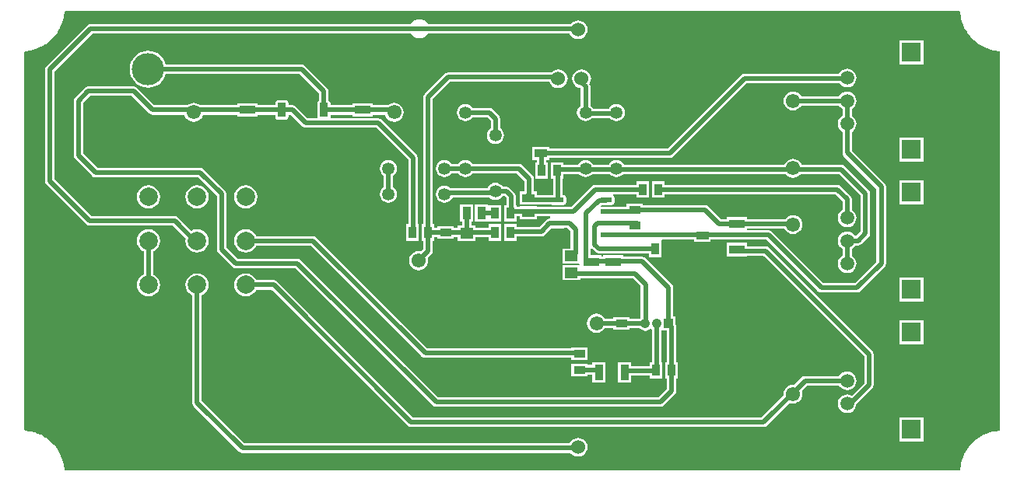
<source format=gtl>
G04 Layer_Physical_Order=1*
G04 Layer_Color=255*
%FSLAX43Y43*%
%MOMM*%
G71*
G01*
G75*
%ADD10R,0.850X1.300*%
%ADD11R,1.450X1.150*%
%ADD12R,1.300X0.850*%
%ADD13R,1.350X0.950*%
G04:AMPARAMS|DCode=14|XSize=0.55mm|YSize=1.25mm|CornerRadius=0.05mm|HoleSize=0mm|Usage=FLASHONLY|Rotation=90.000|XOffset=0mm|YOffset=0mm|HoleType=Round|Shape=RoundedRectangle|*
%AMROUNDEDRECTD14*
21,1,0.550,1.151,0,0,90.0*
21,1,0.451,1.250,0,0,90.0*
1,1,0.099,0.576,0.226*
1,1,0.099,0.576,-0.226*
1,1,0.099,-0.576,-0.226*
1,1,0.099,-0.576,0.226*
%
%ADD14ROUNDEDRECTD14*%
%ADD15R,0.950X1.350*%
%ADD16R,1.700X0.950*%
%ADD17R,0.950X1.700*%
G04:AMPARAMS|DCode=18|XSize=0.9mm|YSize=1.6mm|CornerRadius=0.05mm|HoleSize=0mm|Usage=FLASHONLY|Rotation=0.000|XOffset=0mm|YOffset=0mm|HoleType=Round|Shape=RoundedRectangle|*
%AMROUNDEDRECTD18*
21,1,0.900,1.501,0,0,0.0*
21,1,0.801,1.600,0,0,0.0*
1,1,0.099,0.401,-0.750*
1,1,0.099,-0.401,-0.750*
1,1,0.099,-0.401,0.750*
1,1,0.099,0.401,0.750*
%
%ADD18ROUNDEDRECTD18*%
G04:AMPARAMS|DCode=19|XSize=5.45mm|YSize=6.6mm|CornerRadius=0.055mm|HoleSize=0mm|Usage=FLASHONLY|Rotation=0.000|XOffset=0mm|YOffset=0mm|HoleType=Round|Shape=RoundedRectangle|*
%AMROUNDEDRECTD19*
21,1,5.450,6.491,0,0,0.0*
21,1,5.341,6.600,0,0,0.0*
1,1,0.109,2.671,-3.245*
1,1,0.109,-2.671,-3.245*
1,1,0.109,-2.671,3.245*
1,1,0.109,2.671,3.245*
%
%ADD19ROUNDEDRECTD19*%
%ADD20C,0.508*%
%ADD21C,1.550*%
%ADD22C,1.350*%
%ADD23C,1.524*%
%ADD24C,2.000*%
%ADD25R,2.100X2.000*%
%ADD26C,1.500*%
%ADD27C,1.050*%
%ADD28R,1.050X1.050*%
%ADD29C,3.500*%
G36*
X102064Y50226D02*
X102138Y49660D01*
X102144Y49644D01*
X102145Y49627D01*
X102293Y49075D01*
X102300Y49059D01*
X102304Y49043D01*
X102522Y48515D01*
X102532Y48500D01*
X102537Y48484D01*
X102823Y47989D01*
X102834Y47977D01*
X102842Y47961D01*
X103190Y47508D01*
X103203Y47497D01*
X103212Y47482D01*
X103616Y47078D01*
X103631Y47069D01*
X103642Y47056D01*
X104095Y46708D01*
X104110Y46700D01*
X104123Y46689D01*
X104618Y46403D01*
X104634Y46398D01*
X104649Y46388D01*
X105177Y46170D01*
X105193Y46166D01*
X105209Y46159D01*
X105761Y46011D01*
X105778Y46010D01*
X105794Y46004D01*
X106360Y45930D01*
X106421Y45823D01*
Y4723D01*
X106360Y4616D01*
X105794Y4542D01*
X105778Y4536D01*
X105761Y4535D01*
X105209Y4387D01*
X105193Y4380D01*
X105177Y4376D01*
X104649Y4158D01*
X104634Y4148D01*
X104618Y4143D01*
X104123Y3857D01*
X104110Y3846D01*
X104095Y3838D01*
X103642Y3490D01*
X103631Y3477D01*
X103616Y3468D01*
X103212Y3064D01*
X103203Y3049D01*
X103190Y3038D01*
X102842Y2585D01*
X102834Y2569D01*
X102823Y2557D01*
X102537Y2062D01*
X102532Y2046D01*
X102522Y2031D01*
X102304Y1503D01*
X102300Y1487D01*
X102293Y1471D01*
X102145Y919D01*
X102144Y902D01*
X102138Y886D01*
X102064Y320D01*
X101957Y259D01*
X4723D01*
X4616Y320D01*
X4542Y886D01*
X4536Y902D01*
X4535Y919D01*
X4387Y1471D01*
X4380Y1487D01*
X4376Y1503D01*
X4158Y2031D01*
X4148Y2046D01*
X4143Y2062D01*
X3857Y2557D01*
X3846Y2569D01*
X3838Y2585D01*
X3490Y3038D01*
X3477Y3049D01*
X3468Y3064D01*
X3064Y3468D01*
X3049Y3477D01*
X3038Y3490D01*
X2585Y3838D01*
X2569Y3846D01*
X2557Y3857D01*
X2062Y4143D01*
X2046Y4148D01*
X2031Y4158D01*
X1503Y4376D01*
X1487Y4380D01*
X1471Y4387D01*
X919Y4535D01*
X902Y4536D01*
X886Y4542D01*
X320Y4616D01*
X259Y4723D01*
Y45823D01*
X320Y45930D01*
X886Y46004D01*
X902Y46010D01*
X919Y46011D01*
X1471Y46159D01*
X1487Y46166D01*
X1503Y46170D01*
X2031Y46388D01*
X2046Y46398D01*
X2062Y46403D01*
X2557Y46689D01*
X2569Y46700D01*
X2585Y46708D01*
X3038Y47056D01*
X3049Y47069D01*
X3064Y47078D01*
X3468Y47482D01*
X3477Y47497D01*
X3490Y47508D01*
X3838Y47961D01*
X3846Y47977D01*
X3857Y47989D01*
X4143Y48484D01*
X4148Y48500D01*
X4158Y48515D01*
X4376Y49043D01*
X4380Y49059D01*
X4387Y49075D01*
X4535Y49627D01*
X4536Y49644D01*
X4542Y49660D01*
X4616Y50226D01*
X4723Y50287D01*
X101957D01*
X102064Y50226D01*
D02*
G37*
%LPC*%
G36*
X13750Y26538D02*
X13423Y26495D01*
X13118Y26368D01*
X12856Y26167D01*
X12655Y25905D01*
X12528Y25600D01*
X12485Y25273D01*
X12528Y24946D01*
X12655Y24641D01*
X12856Y24379D01*
X13118Y24178D01*
X13232Y24130D01*
Y21616D01*
X13118Y21568D01*
X12856Y21367D01*
X12655Y21105D01*
X12528Y20800D01*
X12485Y20473D01*
X12528Y20146D01*
X12655Y19841D01*
X12856Y19579D01*
X13118Y19378D01*
X13423Y19251D01*
X13750Y19208D01*
X14077Y19251D01*
X14382Y19378D01*
X14644Y19579D01*
X14845Y19841D01*
X14972Y20146D01*
X15015Y20473D01*
X14972Y20800D01*
X14845Y21105D01*
X14644Y21367D01*
X14382Y21568D01*
X14268Y21616D01*
Y24130D01*
X14382Y24178D01*
X14644Y24379D01*
X14845Y24641D01*
X14972Y24946D01*
X15015Y25273D01*
X14972Y25600D01*
X14845Y25905D01*
X14644Y26167D01*
X14382Y26368D01*
X14077Y26495D01*
X13750Y26538D01*
D02*
G37*
G36*
X98078Y21277D02*
X95470D01*
Y18669D01*
X98078D01*
Y21227D01*
Y21277D01*
D02*
G37*
G36*
Y16637D02*
X95470D01*
Y14029D01*
X98078D01*
Y16587D01*
Y16637D01*
D02*
G37*
G36*
X13750Y31338D02*
X13423Y31295D01*
X13118Y31168D01*
X12856Y30967D01*
X12655Y30705D01*
X12528Y30400D01*
X12485Y30073D01*
X12528Y29746D01*
X12655Y29441D01*
X12856Y29179D01*
X13118Y28978D01*
X13423Y28851D01*
X13750Y28808D01*
X14077Y28851D01*
X14382Y28978D01*
X14644Y29179D01*
X14845Y29441D01*
X14972Y29746D01*
X15015Y30073D01*
X14972Y30400D01*
X14845Y30705D01*
X14644Y30967D01*
X14382Y31168D01*
X14077Y31295D01*
X13750Y31338D01*
D02*
G37*
G36*
X50703Y29250D02*
Y29250D01*
X49245D01*
Y27392D01*
X50703D01*
X50703Y27392D01*
X50795Y27367D01*
X50795Y27367D01*
X50820Y27367D01*
X52153D01*
Y29175D01*
X50795D01*
X50703Y29250D01*
D02*
G37*
G36*
X69880Y31765D02*
X68522D01*
Y29957D01*
X69880D01*
Y30343D01*
X88482D01*
X89256Y29569D01*
Y28641D01*
X89058Y28489D01*
X88897Y28279D01*
X88796Y28035D01*
X88761Y27773D01*
X88796Y27511D01*
X88897Y27267D01*
X89058Y27057D01*
X89268Y26896D01*
X89512Y26795D01*
X89774Y26760D01*
X90036Y26795D01*
X90280Y26896D01*
X90490Y27057D01*
X90651Y27267D01*
X90752Y27511D01*
X90787Y27773D01*
X90752Y28035D01*
X90651Y28279D01*
X90490Y28489D01*
X90292Y28641D01*
Y29784D01*
X90253Y29982D01*
X90140Y30150D01*
X90140Y30150D01*
X89063Y31227D01*
X88895Y31340D01*
X88697Y31379D01*
X69880D01*
Y31765D01*
D02*
G37*
G36*
X78853Y25059D02*
X76645D01*
Y23601D01*
X78853D01*
Y23663D01*
X80684D01*
X91633Y12714D01*
Y9765D01*
X90279Y8411D01*
X90036Y8511D01*
X89774Y8546D01*
X89512Y8511D01*
X89268Y8410D01*
X89058Y8249D01*
X88897Y8039D01*
X88796Y7795D01*
X88761Y7533D01*
X88796Y7271D01*
X88897Y7027D01*
X89058Y6817D01*
X89268Y6656D01*
X89512Y6555D01*
X89774Y6520D01*
X90036Y6555D01*
X90280Y6656D01*
X90490Y6817D01*
X90651Y7027D01*
X90752Y7271D01*
X90775Y7441D01*
X92517Y9184D01*
X92630Y9352D01*
X92669Y9550D01*
Y12929D01*
X92630Y13127D01*
X92517Y13295D01*
X81265Y24547D01*
X81097Y24659D01*
X80899Y24699D01*
X78853D01*
Y25059D01*
D02*
G37*
G36*
X98078Y6037D02*
X95470D01*
Y3429D01*
X98078D01*
Y5987D01*
Y6037D01*
D02*
G37*
G36*
X19050Y21738D02*
X18723Y21695D01*
X18418Y21568D01*
X18156Y21367D01*
X17955Y21105D01*
X17828Y20800D01*
X17785Y20473D01*
X17828Y20146D01*
X17955Y19841D01*
X18156Y19579D01*
X18418Y19378D01*
X18532Y19330D01*
Y7620D01*
X18571Y7422D01*
X18684Y7254D01*
X23611Y2326D01*
X23779Y2214D01*
X23978Y2174D01*
X59704D01*
X59785Y2069D01*
X59997Y1907D01*
X60244Y1804D01*
X60509Y1769D01*
X60775Y1804D01*
X61022Y1907D01*
X61234Y2069D01*
X61397Y2282D01*
X61499Y2529D01*
X61534Y2794D01*
X61499Y3059D01*
X61397Y3306D01*
X61234Y3519D01*
X61022Y3681D01*
X60775Y3784D01*
X60509Y3819D01*
X60244Y3784D01*
X59997Y3681D01*
X59785Y3519D01*
X59622Y3306D01*
X59582Y3210D01*
X24192D01*
X19568Y7835D01*
Y19330D01*
X19682Y19378D01*
X19944Y19579D01*
X20145Y19841D01*
X20272Y20146D01*
X20315Y20473D01*
X20272Y20800D01*
X20145Y21105D01*
X19944Y21367D01*
X19682Y21568D01*
X19377Y21695D01*
X19050Y21738D01*
D02*
G37*
G36*
X24350Y26538D02*
X24023Y26495D01*
X23718Y26368D01*
X23456Y26167D01*
X23255Y25905D01*
X23128Y25600D01*
X23085Y25273D01*
X23128Y24946D01*
X23255Y24641D01*
X23456Y24379D01*
X23718Y24178D01*
X24023Y24051D01*
X24350Y24008D01*
X24677Y24051D01*
X24982Y24178D01*
X25244Y24379D01*
X25445Y24641D01*
X25493Y24755D01*
X31434D01*
X43525Y12664D01*
X43693Y12552D01*
X43891Y12512D01*
X59751D01*
Y12261D01*
X61559D01*
Y13619D01*
X59751D01*
Y13548D01*
X44106D01*
X32015Y25639D01*
X31847Y25752D01*
X31648Y25791D01*
X25493D01*
X25445Y25905D01*
X25244Y26167D01*
X24982Y26368D01*
X24677Y26495D01*
X24350Y26538D01*
D02*
G37*
G36*
X63489Y12026D02*
X62031D01*
Y11758D01*
X61559D01*
Y11919D01*
X59751D01*
Y10561D01*
X61559D01*
Y10722D01*
X62031D01*
Y9818D01*
X63489D01*
Y12026D01*
D02*
G37*
G36*
X24350Y21738D02*
X24023Y21695D01*
X23718Y21568D01*
X23456Y21367D01*
X23255Y21105D01*
X23128Y20800D01*
X23085Y20473D01*
X23128Y20146D01*
X23255Y19841D01*
X23456Y19579D01*
X23718Y19378D01*
X24023Y19251D01*
X24350Y19208D01*
X24677Y19251D01*
X24982Y19378D01*
X25244Y19579D01*
X25445Y19841D01*
X25493Y19955D01*
X27191D01*
X41976Y5171D01*
X41976Y5171D01*
X42144Y5059D01*
X42342Y5019D01*
X42342Y5019D01*
X80696D01*
X80894Y5059D01*
X81062Y5171D01*
X83519Y7628D01*
X83628Y7583D01*
X83896Y7547D01*
X84165Y7583D01*
X84415Y7686D01*
X84630Y7851D01*
X84795Y8066D01*
X84899Y8317D01*
X84934Y8585D01*
X84899Y8854D01*
X84854Y8963D01*
X85406Y9515D01*
X88906D01*
X89058Y9317D01*
X89268Y9156D01*
X89512Y9055D01*
X89774Y9020D01*
X90036Y9055D01*
X90280Y9156D01*
X90490Y9317D01*
X90651Y9527D01*
X90752Y9771D01*
X90787Y10033D01*
X90752Y10295D01*
X90651Y10539D01*
X90490Y10749D01*
X90280Y10910D01*
X90036Y11011D01*
X89774Y11046D01*
X89512Y11011D01*
X89268Y10910D01*
X89058Y10749D01*
X88906Y10551D01*
X85192D01*
X84993Y10512D01*
X84825Y10399D01*
X84031Y9605D01*
X83896Y9623D01*
X83628Y9588D01*
X83377Y9484D01*
X83162Y9319D01*
X82997Y9104D01*
X82894Y8854D01*
X82858Y8585D01*
X82876Y8450D01*
X80481Y6055D01*
X42556D01*
X27772Y20839D01*
X27604Y20952D01*
X27406Y20991D01*
X25493D01*
X25445Y21105D01*
X25244Y21367D01*
X24982Y21568D01*
X24677Y21695D01*
X24350Y21738D01*
D02*
G37*
G36*
X58344Y43951D02*
X58079Y43916D01*
X57831Y43813D01*
X57619Y43651D01*
X57597Y43622D01*
X46355D01*
X46157Y43582D01*
X45989Y43470D01*
X43816Y41297D01*
X43704Y41129D01*
X43664Y40931D01*
Y27075D01*
X43503D01*
Y25267D01*
X43664D01*
Y24356D01*
X43424Y24116D01*
X43423Y24117D01*
X43155Y24152D01*
X42886Y24117D01*
X42636Y24013D01*
X42421Y23848D01*
X42256Y23633D01*
X42152Y23383D01*
X42117Y23114D01*
X42152Y22845D01*
X42256Y22595D01*
X42421Y22380D01*
X42636Y22215D01*
X42886Y22111D01*
X43155Y22076D01*
X43423Y22111D01*
X43674Y22215D01*
X43888Y22380D01*
X44053Y22595D01*
X44157Y22845D01*
X44192Y23114D01*
X44157Y23383D01*
X44157Y23384D01*
X44549Y23776D01*
X44661Y23944D01*
X44700Y24142D01*
Y25267D01*
X44861D01*
Y25653D01*
X45197D01*
Y25520D01*
X47005D01*
Y25653D01*
X47383D01*
Y25268D01*
X49341D01*
Y25653D01*
X50795D01*
Y25293D01*
X52153D01*
Y27101D01*
X50795D01*
Y26689D01*
X49341D01*
Y26926D01*
X48892D01*
Y27392D01*
X49103D01*
Y29250D01*
X47645D01*
Y27392D01*
X47856D01*
Y26926D01*
X47383D01*
Y26689D01*
X47005D01*
Y26878D01*
X45197D01*
Y26689D01*
X44861D01*
Y27075D01*
X44700D01*
Y40717D01*
X46570Y42586D01*
X57385D01*
X57456Y42414D01*
X57619Y42201D01*
X57831Y42039D01*
X58079Y41936D01*
X58344Y41901D01*
X58609Y41936D01*
X58856Y42039D01*
X59068Y42201D01*
X59231Y42414D01*
X59334Y42661D01*
X59369Y42926D01*
X59334Y43191D01*
X59231Y43438D01*
X59068Y43651D01*
X58856Y43813D01*
X58609Y43916D01*
X58344Y43951D01*
D02*
G37*
G36*
X13722Y45981D02*
X13329Y45942D01*
X12951Y45828D01*
X12603Y45642D01*
X12298Y45391D01*
X12047Y45086D01*
X11861Y44738D01*
X11747Y44360D01*
X11708Y43967D01*
X11747Y43575D01*
X11861Y43197D01*
X12047Y42849D01*
X12298Y42543D01*
X12603Y42293D01*
X12951Y42107D01*
X13329Y41992D01*
X13722Y41954D01*
X14114Y41992D01*
X14492Y42107D01*
X14840Y42293D01*
X15146Y42543D01*
X15396Y42849D01*
X15582Y43197D01*
X15659Y43449D01*
X30215D01*
X32318Y41346D01*
Y40566D01*
X32317Y40566D01*
X32217Y40499D01*
X32150Y40399D01*
X32126Y40280D01*
Y38779D01*
X32134Y38740D01*
X32041Y38613D01*
X31081D01*
X29797Y39896D01*
X29629Y40008D01*
X29431Y40048D01*
X28986D01*
Y40280D01*
X28963Y40399D01*
X28896Y40499D01*
X28795Y40566D01*
X28677Y40590D01*
X27876D01*
X27757Y40566D01*
X27657Y40499D01*
X27590Y40399D01*
X27566Y40280D01*
Y40048D01*
X25640D01*
Y40259D01*
X23432D01*
Y40048D01*
X19369D01*
X19213Y40167D01*
X18963Y40271D01*
X18694Y40306D01*
X18426Y40271D01*
X18175Y40167D01*
X18020Y40048D01*
X14406D01*
X12520Y41933D01*
X12352Y42046D01*
X12154Y42085D01*
X7201D01*
X7201Y42085D01*
X7003Y42046D01*
X6835Y41933D01*
X5781Y40879D01*
X5668Y40711D01*
X5629Y40513D01*
Y34569D01*
X5668Y34371D01*
X5781Y34203D01*
X7635Y32349D01*
X7803Y32237D01*
X8001Y32197D01*
X19166D01*
X21199Y30164D01*
Y24359D01*
X21238Y24160D01*
X21351Y23992D01*
X22900Y22443D01*
X23068Y22331D01*
X23266Y22291D01*
X29757D01*
X44693Y7355D01*
X44693Y7355D01*
X44861Y7243D01*
X45060Y7204D01*
X45060Y7204D01*
X69469D01*
X69667Y7243D01*
X69835Y7355D01*
X71066Y8586D01*
X71179Y8754D01*
X71218Y8953D01*
Y10272D01*
X71379D01*
Y12080D01*
X71218D01*
Y15914D01*
X71179Y16112D01*
X71137Y16174D01*
Y17035D01*
X70876D01*
Y20142D01*
X70876Y20142D01*
X70837Y20340D01*
X70724Y20508D01*
X70724Y20508D01*
X67851Y23382D01*
X67683Y23494D01*
X67485Y23533D01*
X65442D01*
Y23694D01*
X63234D01*
Y23533D01*
X63029D01*
Y23694D01*
X61884D01*
Y24402D01*
X62011Y24454D01*
X62397Y24069D01*
X62565Y23956D01*
X62763Y23917D01*
X68219D01*
Y23480D01*
X69577D01*
Y25288D01*
X69638Y25390D01*
X73087D01*
Y25141D01*
X74945D01*
Y25390D01*
X81015D01*
X86629Y19776D01*
X86797Y19664D01*
X86995Y19624D01*
X90856D01*
X91054Y19664D01*
X91222Y19776D01*
X93864Y22418D01*
X93976Y22586D01*
X94015Y22784D01*
Y31166D01*
X93976Y31364D01*
X93864Y31532D01*
X90292Y35104D01*
Y37145D01*
X90490Y37297D01*
X90651Y37507D01*
X90752Y37751D01*
X90787Y38013D01*
X90752Y38275D01*
X90651Y38519D01*
X90490Y38729D01*
X90292Y38881D01*
Y39645D01*
X90490Y39797D01*
X90651Y40007D01*
X90752Y40251D01*
X90787Y40513D01*
X90752Y40775D01*
X90651Y41019D01*
X90490Y41229D01*
X90280Y41390D01*
X90036Y41491D01*
X89774Y41526D01*
X89512Y41491D01*
X89268Y41390D01*
X89058Y41229D01*
X88906Y41031D01*
X84795D01*
X84795Y41032D01*
X84630Y41247D01*
X84415Y41412D01*
X84165Y41516D01*
X83896Y41551D01*
X83628Y41516D01*
X83377Y41412D01*
X83162Y41247D01*
X82997Y41032D01*
X82894Y40782D01*
X82858Y40513D01*
X82894Y40244D01*
X82997Y39994D01*
X83162Y39779D01*
X83377Y39614D01*
X83628Y39510D01*
X83896Y39475D01*
X84165Y39510D01*
X84415Y39614D01*
X84630Y39779D01*
X84795Y39994D01*
X84795Y39995D01*
X88906D01*
X89058Y39797D01*
X89256Y39645D01*
Y38881D01*
X89058Y38729D01*
X88897Y38519D01*
X88796Y38275D01*
X88761Y38013D01*
X88796Y37751D01*
X88897Y37507D01*
X89058Y37297D01*
X89256Y37145D01*
Y34889D01*
X89295Y34691D01*
X89408Y34523D01*
X92979Y30951D01*
Y22998D01*
X90641Y20660D01*
X87210D01*
X81595Y26274D01*
X81427Y26387D01*
X81229Y26426D01*
X78853D01*
Y26612D01*
X82964D01*
X82997Y26532D01*
X83162Y26317D01*
X83377Y26152D01*
X83628Y26048D01*
X83896Y26013D01*
X84165Y26048D01*
X84415Y26152D01*
X84630Y26317D01*
X84795Y26532D01*
X84899Y26782D01*
X84934Y27051D01*
X84899Y27320D01*
X84795Y27570D01*
X84630Y27785D01*
X84415Y27950D01*
X84165Y28054D01*
X83896Y28089D01*
X83628Y28054D01*
X83377Y27950D01*
X83162Y27785D01*
X83057Y27648D01*
X78853D01*
Y27859D01*
X76645D01*
Y27623D01*
X76081D01*
X74675Y29029D01*
X74507Y29142D01*
X74309Y29181D01*
X67579D01*
Y29342D01*
X65771D01*
Y28966D01*
X64246D01*
X64160Y28983D01*
X63062D01*
X62995Y29098D01*
X62994Y29106D01*
X63033Y29158D01*
X63585D01*
X63711Y29183D01*
X64160D01*
X64279Y29207D01*
X64379Y29274D01*
X64446Y29374D01*
X64470Y29493D01*
Y29944D01*
X64446Y30062D01*
X64379Y30162D01*
X64299Y30216D01*
X64306Y30304D01*
X64320Y30343D01*
X66822D01*
Y29957D01*
X68180D01*
Y31765D01*
X66822D01*
Y31379D01*
X62408D01*
X62210Y31340D01*
X62042Y31227D01*
X59780Y28966D01*
X58996D01*
X58910Y28983D01*
X57759D01*
X57674Y28966D01*
X55996D01*
Y29063D01*
X54138D01*
Y28966D01*
X53853D01*
Y29175D01*
X53731D01*
Y30175D01*
X53692Y30373D01*
X53579Y30541D01*
X53097Y31023D01*
X52929Y31136D01*
X52731Y31175D01*
X52285D01*
X52174Y31320D01*
X51980Y31469D01*
X51754Y31562D01*
X51511Y31594D01*
X51269Y31562D01*
X51043Y31469D01*
X50849Y31320D01*
X50700Y31126D01*
X50668Y31049D01*
X46594D01*
X46443Y31164D01*
X46217Y31258D01*
X45975Y31290D01*
X45732Y31258D01*
X45506Y31164D01*
X45312Y31016D01*
X45163Y30822D01*
X45070Y30596D01*
X45038Y30353D01*
X45070Y30110D01*
X45163Y29884D01*
X45312Y29690D01*
X45506Y29542D01*
X45732Y29448D01*
X45975Y29416D01*
X46217Y29448D01*
X46443Y29542D01*
X46637Y29690D01*
X46786Y29884D01*
X46839Y30013D01*
X50835D01*
X50849Y29994D01*
X51043Y29846D01*
X51269Y29752D01*
X51511Y29720D01*
X51754Y29752D01*
X51980Y29846D01*
X52174Y29994D01*
X52285Y30139D01*
X52517D01*
X52695Y29961D01*
Y29175D01*
X52495D01*
Y27367D01*
X53853D01*
Y27930D01*
X54138D01*
Y27605D01*
X55996D01*
Y27930D01*
X57480D01*
Y27696D01*
X57404D01*
X57206Y27657D01*
X57038Y27544D01*
X56275Y26782D01*
X53853D01*
Y27101D01*
X52495D01*
Y25293D01*
X53853D01*
Y25746D01*
X56490D01*
X56688Y25785D01*
X56856Y25897D01*
X57619Y26660D01*
X57674D01*
X57759Y26643D01*
X58910D01*
X58996Y26660D01*
X59323D01*
X59705Y26278D01*
Y24437D01*
X58787D01*
Y22779D01*
X60636D01*
X60677Y22708D01*
X60636Y22637D01*
X58787D01*
Y20979D01*
X60745D01*
Y21174D01*
X66486D01*
X67325Y20334D01*
Y16860D01*
X67264Y16813D01*
X66131D01*
Y16974D01*
X64323D01*
Y16825D01*
X63409D01*
X63408Y16826D01*
X63243Y17041D01*
X63028Y17206D01*
X62778Y17309D01*
X62509Y17345D01*
X62241Y17309D01*
X61990Y17206D01*
X61776Y17041D01*
X61611Y16826D01*
X61507Y16575D01*
X61472Y16307D01*
X61507Y16038D01*
X61611Y15788D01*
X61776Y15573D01*
X61990Y15408D01*
X62241Y15304D01*
X62509Y15269D01*
X62778Y15304D01*
X63028Y15408D01*
X63243Y15573D01*
X63408Y15788D01*
X63409Y15789D01*
X64323D01*
Y15616D01*
X66131D01*
Y15777D01*
X67204D01*
X67262Y15700D01*
X67425Y15576D01*
X67615Y15497D01*
X67818Y15470D01*
X68021Y15497D01*
X68211Y15576D01*
X68373Y15700D01*
X68402Y15721D01*
X68464D01*
X68570Y15621D01*
Y12080D01*
X68321D01*
Y11643D01*
X66289D01*
Y12026D01*
X64831D01*
Y9818D01*
X66289D01*
Y10607D01*
X68321D01*
Y10272D01*
X69679D01*
Y12080D01*
X69606D01*
Y15477D01*
X70182D01*
Y12080D01*
X70021D01*
Y10272D01*
X70182D01*
Y9167D01*
X69254Y8240D01*
X45274D01*
X30338Y23175D01*
X30170Y23288D01*
X29972Y23327D01*
X23481D01*
X22235Y24573D01*
Y30378D01*
X22196Y30577D01*
X22083Y30745D01*
X22083Y30745D01*
X19746Y33081D01*
X19578Y33194D01*
X19380Y33233D01*
X8216D01*
X6665Y34784D01*
Y40298D01*
X7415Y41049D01*
X11939D01*
X13825Y39164D01*
X13993Y39051D01*
X14191Y39012D01*
X17690D01*
X17692Y39000D01*
X17796Y38749D01*
X17961Y38535D01*
X18175Y38370D01*
X18426Y38266D01*
X18694Y38231D01*
X18963Y38266D01*
X19213Y38370D01*
X19428Y38535D01*
X19593Y38749D01*
X19697Y39000D01*
X19699Y39012D01*
X23432D01*
Y38801D01*
X25640D01*
Y39012D01*
X27566D01*
Y38779D01*
X27590Y38661D01*
X27657Y38560D01*
X27757Y38493D01*
X27876Y38470D01*
X28677D01*
X28795Y38493D01*
X28896Y38560D01*
X28963Y38661D01*
X28986Y38779D01*
Y39012D01*
X29217D01*
X30500Y37729D01*
X30500Y37729D01*
X30668Y37616D01*
X30866Y37577D01*
X30866Y37577D01*
X38576D01*
X42015Y34138D01*
Y27075D01*
X41803D01*
Y25267D01*
X43161D01*
Y27075D01*
X43051D01*
Y34353D01*
X43012Y34551D01*
X42899Y34719D01*
X39157Y38461D01*
X38989Y38573D01*
X38791Y38613D01*
X33632D01*
X33538Y38740D01*
X33546Y38779D01*
Y39012D01*
X35960D01*
Y38801D01*
X38168D01*
Y39012D01*
X39483D01*
X39485Y39000D01*
X39589Y38749D01*
X39754Y38535D01*
X39969Y38370D01*
X40219Y38266D01*
X40488Y38231D01*
X40756Y38266D01*
X41007Y38370D01*
X41221Y38535D01*
X41386Y38749D01*
X41490Y39000D01*
X41525Y39268D01*
X41490Y39537D01*
X41386Y39787D01*
X41221Y40002D01*
X41007Y40167D01*
X40756Y40271D01*
X40488Y40306D01*
X40219Y40271D01*
X39969Y40167D01*
X39813Y40048D01*
X38168D01*
Y40259D01*
X35960D01*
Y40048D01*
X33546D01*
Y40280D01*
X33523Y40399D01*
X33456Y40499D01*
X33355Y40566D01*
X33354Y40566D01*
Y41560D01*
X33354Y41560D01*
X33315Y41759D01*
X33202Y41927D01*
X33202Y41927D01*
X30795Y44334D01*
X30627Y44446D01*
X30429Y44485D01*
X15659D01*
X15582Y44738D01*
X15396Y45086D01*
X15146Y45391D01*
X14840Y45642D01*
X14492Y45828D01*
X14114Y45942D01*
X13722Y45981D01*
D02*
G37*
G36*
X60884Y43951D02*
X60619Y43916D01*
X60371Y43813D01*
X60159Y43651D01*
X59996Y43438D01*
X59894Y43191D01*
X59859Y42926D01*
X59894Y42661D01*
X59996Y42414D01*
X60159Y42201D01*
X60371Y42039D01*
X60619Y41936D01*
X60752Y41919D01*
X60798Y41873D01*
Y40017D01*
X60653Y39906D01*
X60504Y39712D01*
X60411Y39486D01*
X60379Y39244D01*
X60411Y39001D01*
X60504Y38775D01*
X60653Y38581D01*
X60847Y38432D01*
X61073Y38339D01*
X61316Y38307D01*
X61558Y38339D01*
X61784Y38432D01*
X61978Y38581D01*
X61991Y38598D01*
X63993D01*
X64006Y38581D01*
X64200Y38432D01*
X64426Y38339D01*
X64668Y38307D01*
X64911Y38339D01*
X65137Y38432D01*
X65331Y38581D01*
X65480Y38775D01*
X65573Y39001D01*
X65605Y39244D01*
X65573Y39486D01*
X65480Y39712D01*
X65331Y39906D01*
X65137Y40055D01*
X64911Y40149D01*
X64668Y40181D01*
X64426Y40149D01*
X64200Y40055D01*
X64006Y39906D01*
X63857Y39712D01*
X63824Y39634D01*
X62160D01*
X62127Y39712D01*
X61978Y39906D01*
X61834Y40017D01*
Y42088D01*
X61794Y42286D01*
X61738Y42370D01*
X61771Y42414D01*
X61874Y42661D01*
X61909Y42926D01*
X61874Y43191D01*
X61771Y43438D01*
X61608Y43651D01*
X61396Y43813D01*
X61149Y43916D01*
X60884Y43951D01*
D02*
G37*
G36*
X43231Y49399D02*
X42962Y49364D01*
X42712Y49260D01*
X42497Y49095D01*
X42332Y48881D01*
X42332Y48880D01*
X7442D01*
X7442Y48880D01*
X7244Y48840D01*
X7076Y48728D01*
X2656Y44308D01*
X2544Y44140D01*
X2505Y43942D01*
Y31801D01*
X2544Y31603D01*
X2656Y31435D01*
X7000Y27091D01*
X7168Y26979D01*
X7366Y26939D01*
X16397D01*
X17818Y25519D01*
X17785Y25273D01*
X17828Y24946D01*
X17955Y24641D01*
X18156Y24379D01*
X18418Y24178D01*
X18723Y24051D01*
X19050Y24008D01*
X19377Y24051D01*
X19682Y24178D01*
X19944Y24379D01*
X20145Y24641D01*
X20272Y24946D01*
X20315Y25273D01*
X20272Y25600D01*
X20145Y25905D01*
X19944Y26167D01*
X19682Y26368D01*
X19377Y26495D01*
X19050Y26538D01*
X18723Y26495D01*
X18429Y26373D01*
X16978Y27824D01*
X16810Y27936D01*
X16612Y27975D01*
X7581D01*
X3541Y32015D01*
Y43727D01*
X7657Y47844D01*
X42332D01*
X42332Y47843D01*
X42497Y47628D01*
X42712Y47463D01*
X42962Y47359D01*
X43231Y47324D01*
X43499Y47359D01*
X43750Y47463D01*
X43965Y47628D01*
X44130Y47843D01*
X44130Y47844D01*
X59582D01*
X59622Y47748D01*
X59785Y47535D01*
X59997Y47373D01*
X60244Y47270D01*
X60509Y47235D01*
X60775Y47270D01*
X61022Y47373D01*
X61234Y47535D01*
X61397Y47748D01*
X61499Y47995D01*
X61534Y48260D01*
X61499Y48525D01*
X61397Y48772D01*
X61234Y48985D01*
X61022Y49147D01*
X60775Y49250D01*
X60509Y49285D01*
X60244Y49250D01*
X59997Y49147D01*
X59785Y48985D01*
X59704Y48880D01*
X44130D01*
X44130Y48881D01*
X43965Y49095D01*
X43750Y49260D01*
X43499Y49364D01*
X43231Y49399D01*
D02*
G37*
G36*
X98078Y47117D02*
X95470D01*
Y44509D01*
X98078D01*
Y47067D01*
Y47117D01*
D02*
G37*
G36*
X89774Y44026D02*
X89512Y43991D01*
X89268Y43890D01*
X89058Y43729D01*
X88897Y43519D01*
X88887Y43495D01*
X78638D01*
X78440Y43455D01*
X78272Y43343D01*
X70258Y35329D01*
X57393D01*
Y35540D01*
X55535D01*
Y34082D01*
X56036D01*
Y33822D01*
X55875D01*
Y32014D01*
X57233D01*
Y33822D01*
X57072D01*
Y34082D01*
X57393D01*
Y34293D01*
X70472D01*
X70671Y34332D01*
X70839Y34445D01*
X78853Y42459D01*
X88934D01*
X89058Y42297D01*
X89268Y42136D01*
X89512Y42035D01*
X89774Y42000D01*
X90036Y42035D01*
X90280Y42136D01*
X90490Y42297D01*
X90651Y42507D01*
X90752Y42751D01*
X90787Y43013D01*
X90752Y43275D01*
X90651Y43519D01*
X90490Y43729D01*
X90280Y43890D01*
X90036Y43991D01*
X89774Y44026D01*
D02*
G37*
G36*
X48260Y40181D02*
X48017Y40149D01*
X47791Y40055D01*
X47597Y39906D01*
X47449Y39712D01*
X47355Y39486D01*
X47323Y39244D01*
X47355Y39001D01*
X47449Y38775D01*
X47597Y38581D01*
X47791Y38432D01*
X48017Y38339D01*
X48260Y38307D01*
X48503Y38339D01*
X48729Y38432D01*
X48923Y38581D01*
X49034Y38726D01*
X50636D01*
X50993Y38368D01*
Y37528D01*
X50849Y37417D01*
X50700Y37223D01*
X50606Y36997D01*
X50574Y36755D01*
X50606Y36512D01*
X50700Y36286D01*
X50849Y36092D01*
X51043Y35943D01*
X51269Y35849D01*
X51511Y35818D01*
X51754Y35849D01*
X51980Y35943D01*
X52174Y36092D01*
X52323Y36286D01*
X52416Y36512D01*
X52448Y36755D01*
X52416Y36997D01*
X52323Y37223D01*
X52174Y37417D01*
X52029Y37528D01*
Y38583D01*
X51990Y38781D01*
X51877Y38949D01*
X51216Y39610D01*
X51048Y39722D01*
X50850Y39762D01*
X49034D01*
X48923Y39906D01*
X48729Y40055D01*
X48503Y40149D01*
X48260Y40181D01*
D02*
G37*
G36*
X98078Y31877D02*
X95470D01*
Y29269D01*
X98078D01*
Y31827D01*
Y31877D01*
D02*
G37*
G36*
X24350Y31338D02*
X24023Y31295D01*
X23718Y31168D01*
X23456Y30967D01*
X23255Y30705D01*
X23128Y30400D01*
X23085Y30073D01*
X23128Y29746D01*
X23255Y29441D01*
X23456Y29179D01*
X23718Y28978D01*
X24023Y28851D01*
X24350Y28808D01*
X24677Y28851D01*
X24982Y28978D01*
X25244Y29179D01*
X25445Y29441D01*
X25572Y29746D01*
X25615Y30073D01*
X25572Y30400D01*
X25445Y30705D01*
X25244Y30967D01*
X24982Y31168D01*
X24677Y31295D01*
X24350Y31338D01*
D02*
G37*
G36*
X19050D02*
X18723Y31295D01*
X18418Y31168D01*
X18156Y30967D01*
X17955Y30705D01*
X17828Y30400D01*
X17785Y30073D01*
X17828Y29746D01*
X17955Y29441D01*
X18156Y29179D01*
X18418Y28978D01*
X18723Y28851D01*
X19050Y28808D01*
X19377Y28851D01*
X19682Y28978D01*
X19944Y29179D01*
X20145Y29441D01*
X20272Y29746D01*
X20315Y30073D01*
X20272Y30400D01*
X20145Y30705D01*
X19944Y30967D01*
X19682Y31168D01*
X19377Y31295D01*
X19050Y31338D01*
D02*
G37*
G36*
X98078Y36517D02*
X95470D01*
Y33909D01*
X98078D01*
Y36467D01*
Y36517D01*
D02*
G37*
G36*
X83896Y34210D02*
X83628Y34175D01*
X83377Y34071D01*
X83162Y33906D01*
X82997Y33691D01*
X82955Y33589D01*
X65491D01*
X65480Y33615D01*
X65331Y33809D01*
X65137Y33958D01*
X64911Y34051D01*
X64668Y34083D01*
X64426Y34051D01*
X64200Y33958D01*
X64006Y33809D01*
X63857Y33615D01*
X63846Y33589D01*
X62138D01*
X62127Y33615D01*
X61978Y33809D01*
X61784Y33958D01*
X61558Y34051D01*
X61316Y34083D01*
X61073Y34051D01*
X60847Y33958D01*
X60653Y33809D01*
X60504Y33615D01*
X60493Y33589D01*
X58933D01*
Y33822D01*
X57575D01*
Y32014D01*
X57817D01*
Y30253D01*
X57759D01*
X57674Y30236D01*
X55996D01*
Y30663D01*
X55712D01*
Y32004D01*
X55673Y32202D01*
X55560Y32370D01*
X54418Y33513D01*
X54250Y33625D01*
X54052Y33664D01*
X49034D01*
X48923Y33809D01*
X48729Y33958D01*
X48503Y34051D01*
X48260Y34083D01*
X48017Y34051D01*
X47791Y33958D01*
X47597Y33809D01*
X47487Y33665D01*
X46748D01*
X46637Y33810D01*
X46443Y33958D01*
X46217Y34052D01*
X45975Y34084D01*
X45732Y34052D01*
X45506Y33958D01*
X45312Y33810D01*
X45163Y33616D01*
X45070Y33390D01*
X45038Y33147D01*
X45070Y32904D01*
X45163Y32678D01*
X45312Y32484D01*
X45506Y32336D01*
X45732Y32242D01*
X45975Y32210D01*
X46217Y32242D01*
X46443Y32336D01*
X46637Y32484D01*
X46748Y32629D01*
X47486D01*
X47597Y32484D01*
X47791Y32335D01*
X48017Y32241D01*
X48260Y32209D01*
X48503Y32241D01*
X48729Y32335D01*
X48923Y32484D01*
X49034Y32628D01*
X53837D01*
X54676Y31789D01*
Y30663D01*
X54138D01*
Y29205D01*
X55043D01*
X55067Y29200D01*
X57674D01*
X57759Y29183D01*
X58910D01*
X59029Y29207D01*
X59129Y29274D01*
X59196Y29374D01*
X59220Y29493D01*
Y29944D01*
X59196Y30062D01*
X59129Y30162D01*
X59029Y30229D01*
X58910Y30253D01*
X58853D01*
Y32014D01*
X58933D01*
Y32553D01*
X60600D01*
X60653Y32484D01*
X60847Y32335D01*
X61073Y32241D01*
X61316Y32209D01*
X61558Y32241D01*
X61784Y32335D01*
X61978Y32484D01*
X62031Y32553D01*
X63953D01*
X64006Y32484D01*
X64200Y32335D01*
X64426Y32241D01*
X64668Y32209D01*
X64911Y32241D01*
X65137Y32335D01*
X65331Y32484D01*
X65384Y32553D01*
X83075D01*
X83162Y32439D01*
X83377Y32274D01*
X83628Y32170D01*
X83896Y32135D01*
X84165Y32170D01*
X84415Y32274D01*
X84630Y32439D01*
X84718Y32553D01*
X88914D01*
X91227Y30240D01*
Y26275D01*
X90759Y25807D01*
X90625Y25813D01*
X90490Y25989D01*
X90280Y26150D01*
X90036Y26251D01*
X89774Y26286D01*
X89512Y26251D01*
X89268Y26150D01*
X89058Y25989D01*
X88897Y25779D01*
X88796Y25535D01*
X88761Y25273D01*
X88796Y25011D01*
X88897Y24767D01*
X89058Y24557D01*
X89256Y24405D01*
Y23641D01*
X89058Y23489D01*
X88897Y23279D01*
X88796Y23035D01*
X88761Y22773D01*
X88796Y22511D01*
X88897Y22267D01*
X89058Y22057D01*
X89268Y21896D01*
X89512Y21795D01*
X89774Y21760D01*
X90036Y21795D01*
X90280Y21896D01*
X90490Y22057D01*
X90651Y22267D01*
X90752Y22511D01*
X90787Y22773D01*
X90752Y23035D01*
X90651Y23279D01*
X90490Y23489D01*
X90292Y23641D01*
Y24405D01*
X90490Y24557D01*
X90642Y24755D01*
X90957D01*
X91156Y24794D01*
X91324Y24907D01*
X92111Y25694D01*
X92223Y25862D01*
X92263Y26060D01*
Y30455D01*
X92223Y30653D01*
X92111Y30821D01*
X89495Y33437D01*
X89327Y33549D01*
X89129Y33589D01*
X84838D01*
X84795Y33691D01*
X84630Y33906D01*
X84415Y34071D01*
X84165Y34175D01*
X83896Y34210D01*
D02*
G37*
G36*
X39877Y34084D02*
X39635Y34052D01*
X39409Y33958D01*
X39215Y33810D01*
X39066Y33616D01*
X38972Y33390D01*
X38940Y33147D01*
X38972Y32904D01*
X39066Y32678D01*
X39215Y32484D01*
X39359Y32373D01*
Y31127D01*
X39215Y31016D01*
X39066Y30822D01*
X38972Y30596D01*
X38940Y30353D01*
X38972Y30110D01*
X39066Y29884D01*
X39215Y29690D01*
X39409Y29542D01*
X39635Y29448D01*
X39877Y29416D01*
X40120Y29448D01*
X40346Y29542D01*
X40540Y29690D01*
X40689Y29884D01*
X40782Y30110D01*
X40814Y30353D01*
X40782Y30596D01*
X40689Y30822D01*
X40540Y31016D01*
X40395Y31127D01*
Y32373D01*
X40540Y32484D01*
X40689Y32678D01*
X40782Y32904D01*
X40814Y33147D01*
X40782Y33390D01*
X40689Y33616D01*
X40540Y33810D01*
X40346Y33958D01*
X40120Y34052D01*
X39877Y34084D01*
D02*
G37*
%LPD*%
D10*
X51474Y28271D02*
D03*
X53174D02*
D03*
X51474Y26197D02*
D03*
X53174D02*
D03*
X70598Y24384D02*
D03*
X68898D02*
D03*
X58254Y32918D02*
D03*
X56554D02*
D03*
X67501Y30861D02*
D03*
X69201D02*
D03*
X70700Y11176D02*
D03*
X69000D02*
D03*
X44182Y26171D02*
D03*
X42482D02*
D03*
D11*
X59766Y23608D02*
D03*
Y21808D02*
D03*
X48362Y26097D02*
D03*
Y24297D02*
D03*
D12*
X66675Y26963D02*
D03*
Y28663D02*
D03*
X60655Y12940D02*
D03*
Y11240D02*
D03*
X65227Y16295D02*
D03*
Y17995D02*
D03*
X46101Y24499D02*
D03*
Y26199D02*
D03*
D13*
X56464Y36411D02*
D03*
Y34811D02*
D03*
X74016Y24270D02*
D03*
Y25870D02*
D03*
X55067Y29934D02*
D03*
Y28334D02*
D03*
D14*
X58335Y29718D02*
D03*
Y28448D02*
D03*
Y27178D02*
D03*
Y25908D02*
D03*
X63585Y29718D02*
D03*
Y28448D02*
D03*
Y27178D02*
D03*
Y25908D02*
D03*
D15*
X48374Y28321D02*
D03*
X49974D02*
D03*
D16*
X61925Y22965D02*
D03*
Y20165D02*
D03*
X64338Y22965D02*
D03*
Y20165D02*
D03*
X77749Y24330D02*
D03*
Y27130D02*
D03*
X24536Y39530D02*
D03*
Y36730D02*
D03*
X37064Y39530D02*
D03*
Y36730D02*
D03*
D17*
X65560Y10922D02*
D03*
X62760D02*
D03*
D18*
X32836Y39530D02*
D03*
X28276D02*
D03*
D19*
X30556Y33430D02*
D03*
D20*
X54915Y30074D02*
X55194Y30353D01*
X55067Y29718D02*
X58335D01*
Y32999D01*
X58406Y33071D02*
X89129D01*
X44182Y26171D02*
X48374D01*
X46355Y43104D02*
X58344D01*
X48362Y26071D02*
X48374Y26084D01*
Y26171D01*
X51382D02*
X51474Y26264D01*
X61366Y23015D02*
X67485D01*
X62772Y29676D02*
X63585D01*
X60071Y21692D02*
Y21935D01*
X67603Y16295D02*
X67843Y16535D01*
X67593Y25908D02*
X81229D01*
X53213Y28448D02*
X55079D01*
X67349Y30861D02*
X67552Y30658D01*
X64009Y39141D02*
X64922D01*
X80696Y5537D02*
X85192Y10033D01*
X16612Y27457D02*
X18796Y25273D01*
X7366Y27457D02*
X16612D01*
X3023Y31801D02*
X7366Y27457D01*
X55079Y28448D02*
X55079Y28448D01*
X57404Y27178D02*
X58335D01*
X39877Y30608D02*
Y33147D01*
X45975D02*
X48259D01*
X48260Y33146D01*
X56464Y34811D02*
X56554Y34721D01*
X13750Y20473D02*
Y25273D01*
X19050Y7620D02*
Y20473D01*
X18796Y25273D02*
X19050D01*
X55079Y28448D02*
X58335D01*
X55067Y29718D02*
Y29934D01*
X55194Y30353D02*
Y32004D01*
X56490Y26264D02*
X57404Y27178D01*
X48374Y26171D02*
Y28321D01*
Y26171D02*
X51382D01*
X51474Y26197D02*
Y26264D01*
X49974Y28321D02*
X51372D01*
X51474Y28423D01*
X69201Y30861D02*
X88697D01*
X89774Y29784D01*
Y27773D02*
Y29784D01*
X90957Y25273D02*
X91745Y26060D01*
X89774Y25273D02*
X90957D01*
X89774Y22773D02*
Y25273D01*
X63585Y29676D02*
Y29718D01*
X91745Y26060D02*
Y30455D01*
X58335Y28448D02*
X59995D01*
X62408Y30861D01*
X67349D01*
X58335Y27178D02*
X59538D01*
X60223Y26492D01*
Y23887D02*
Y26492D01*
X60071Y23735D02*
X60223Y23887D01*
X65227Y16295D02*
X67603D01*
X67843Y16535D02*
Y20549D01*
X67485Y23015D02*
X70358Y20142D01*
Y16256D02*
Y20142D01*
X66700Y21692D02*
X67843Y20549D01*
X65560Y10922D02*
X65764Y11125D01*
X68656D01*
X69088Y11557D02*
Y16256D01*
X70700Y11176D02*
Y15914D01*
X70358Y16256D02*
X70700Y15914D01*
X68656Y11125D02*
X69088Y11557D01*
X60655Y11240D02*
X62442D01*
X62760Y10922D01*
X42482Y26171D02*
X42533Y26222D01*
X32836Y39530D02*
X37064D01*
X42533Y26222D02*
Y34353D01*
X28276Y39530D02*
X29431D01*
X45975Y30353D02*
X46153Y30531D01*
X63585Y28448D02*
X66460D01*
X24350Y20473D02*
X27406D01*
X70700Y8953D02*
Y11176D01*
X24350Y25273D02*
X31648D01*
X69469Y7722D02*
X70700Y8953D01*
X29972Y22809D02*
X45060Y7722D01*
X69469D01*
X60071Y21692D02*
X66700D01*
X53174Y26264D02*
X56490D01*
X62636Y27178D02*
X63585D01*
Y25908D02*
X65757D01*
X65762Y25903D01*
X67588D01*
X67593Y25908D01*
X21717Y24359D02*
X23266Y22809D01*
X29972D01*
X64009Y39141D02*
X64034Y39116D01*
X89129Y33071D02*
X91745Y30455D01*
X56554Y32918D02*
Y34721D01*
X58335Y32999D02*
X58406Y33071D01*
X56464Y34811D02*
X70472D01*
X66675Y28663D02*
X74309D01*
X75867Y27105D01*
X77724D01*
X61366Y28270D02*
X62772Y29676D01*
X61366Y23015D02*
Y28270D01*
X62325Y24873D02*
X62763Y24435D01*
X62325Y24873D02*
Y26867D01*
X62636Y27178D01*
X62763Y24435D02*
X68898D01*
X63610Y27203D02*
X66980D01*
X90856Y20142D02*
X93497Y22784D01*
Y31166D01*
X89774Y34889D02*
X93497Y31166D01*
X21717Y24359D02*
Y30378D01*
X19380Y32715D02*
X21717Y30378D01*
X6147Y34569D02*
X8001Y32715D01*
X19380D01*
X46153Y30531D02*
X51385D01*
X51511Y30657D01*
X52731D01*
X53213Y30175D01*
X53174Y28271D02*
X53213Y28310D01*
Y28448D01*
Y30175D01*
X48261Y33146D02*
X54052D01*
X55194Y32004D01*
X48260Y39244D02*
X50850D01*
X51511Y36755D02*
Y38583D01*
X50850Y39244D02*
X51511Y38583D01*
X38791Y38095D02*
X42533Y34353D01*
X29431Y39530D02*
X30866Y38095D01*
X38791D01*
X24536Y39530D02*
X28276D01*
X12154Y41567D02*
X14191Y39530D01*
X6147Y40513D02*
X7201Y41567D01*
X12154D01*
X6147Y34569D02*
Y40513D01*
X89774Y34889D02*
Y38013D01*
X70472Y34811D02*
X78638Y42977D01*
X89774Y7533D02*
X90134D01*
X92151Y9550D01*
Y12929D01*
X77724Y24181D02*
X80899D01*
X92151Y12929D01*
X31648Y25273D02*
X43891Y13030D01*
X60948D01*
X19050Y7620D02*
X23978Y2692D01*
X61316Y39244D02*
Y42088D01*
X60884Y42520D02*
X61316Y42088D01*
X60884Y42520D02*
Y42926D01*
X61316Y39116D02*
X64034D01*
X32836Y39530D02*
Y41560D01*
X30429Y43967D02*
X32836Y41560D01*
X13722Y43967D02*
X30429D01*
X13696Y44469D02*
Y44552D01*
X43155Y23114D02*
X44182Y24142D01*
Y26171D01*
X62509Y16307D02*
X65215D01*
X65227Y16295D01*
X77749Y27130D02*
X83817D01*
X83896Y27051D01*
X85192Y10033D02*
X89774D01*
X37064Y39530D02*
X40226D01*
X40488Y39268D01*
X14191Y39530D02*
X24536D01*
X89774Y38013D02*
Y40056D01*
X78638Y42977D02*
X89774D01*
X83896Y40513D02*
X89774D01*
X27406Y20473D02*
X42342Y5537D01*
X80696D01*
X23978Y2692D02*
X60509D01*
X3023Y31801D02*
Y43942D01*
X7442Y48362D01*
X60408D01*
X60509Y48260D01*
X86995Y20142D02*
X90856D01*
X81229Y25908D02*
X86995Y20142D01*
X44182Y26171D02*
Y40931D01*
X46355Y43104D01*
D21*
X83896Y40513D02*
D03*
Y33172D02*
D03*
Y27051D02*
D03*
Y8585D02*
D03*
X62509Y16307D02*
D03*
X43155Y23114D02*
D03*
X18694Y39268D02*
D03*
X40488D02*
D03*
D22*
X48260Y33146D02*
D03*
Y39244D02*
D03*
X51511Y36755D02*
D03*
Y30657D02*
D03*
X61316Y33146D02*
D03*
Y39244D02*
D03*
X64668Y39244D02*
D03*
Y33146D02*
D03*
X39877Y33147D02*
D03*
X45975D02*
D03*
X45975Y30353D02*
D03*
X39877D02*
D03*
D23*
X60509Y48260D02*
D03*
X64509D02*
D03*
X58344Y42926D02*
D03*
X60884D02*
D03*
X60509Y2794D02*
D03*
X64509D02*
D03*
D24*
X24350Y20473D02*
D03*
X19050D02*
D03*
X13750D02*
D03*
X24350Y30073D02*
D03*
X19050D02*
D03*
X13750D02*
D03*
Y25273D02*
D03*
X19050D02*
D03*
X24350D02*
D03*
D25*
X96774Y30573D02*
D03*
Y19973D02*
D03*
Y45813D02*
D03*
Y35213D02*
D03*
Y15333D02*
D03*
Y4733D02*
D03*
D26*
X89774Y22773D02*
D03*
Y27773D02*
D03*
Y25273D02*
D03*
Y38013D02*
D03*
Y43013D02*
D03*
Y40513D02*
D03*
Y7533D02*
D03*
Y12533D02*
D03*
Y10033D02*
D03*
D27*
X69088Y16256D02*
D03*
X67818D02*
D03*
D28*
X70358D02*
D03*
D29*
X7722Y43967D02*
D03*
X10772Y39067D02*
D03*
X13722Y43967D02*
D03*
M02*

</source>
